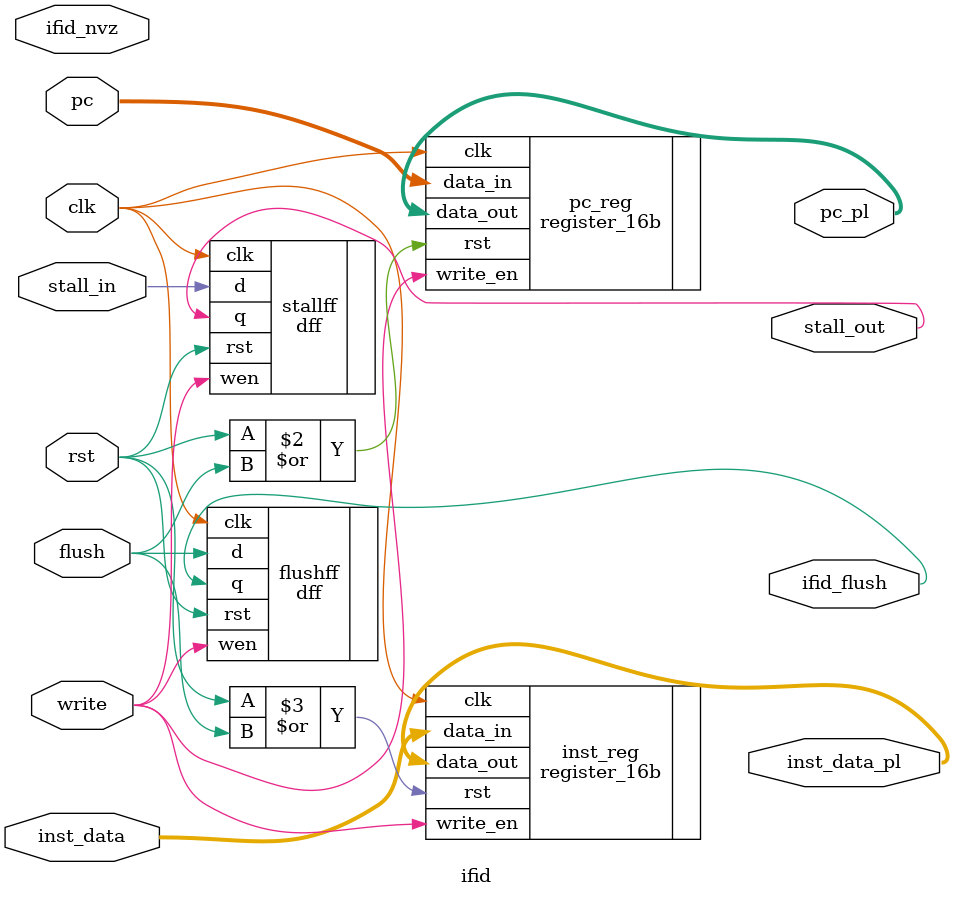
<source format=v>


//dff flushff(.q(ifid_flush), .d(flush), .wen(write), .clk(clk), .rst(stall_in));
//dff stallff(.q(stall_out), .d(stall_in), .wen(1'b1), .clk(clk), .rst(rst));

//module ifid(input clk, flush, rst, write, input[2:0] ifid_nvz, input[15:0] inst_data, pc, output ifid_flush, output [15:0]inst_data_pl, pc_pl);
module ifid(input clk, flush, rst, write, stall_in, input[2:0] ifid_nvz, input[15:0] inst_data, pc, output ifid_flush, stall_out, output [15:0]inst_data_pl, pc_pl);

wire flush_or_rst;
assign flush_or_rst = flush | rst;
register_16b pc_reg(.clk(clk), .rst(rst |flush ), .write_en(write), .data_in(pc), .data_out(pc_pl));
register_16b inst_reg(.clk(clk), .rst(rst |flush), .write_en(write), .data_in(inst_data), .data_out(inst_data_pl));

dff flushff(.q(ifid_flush), .d(flush), .wen(write), .clk(clk), .rst(rst));
dff stallff(.q(stall_out), .d(stall_in), .wen(write), .clk(clk), .rst(rst));

endmodule


</source>
